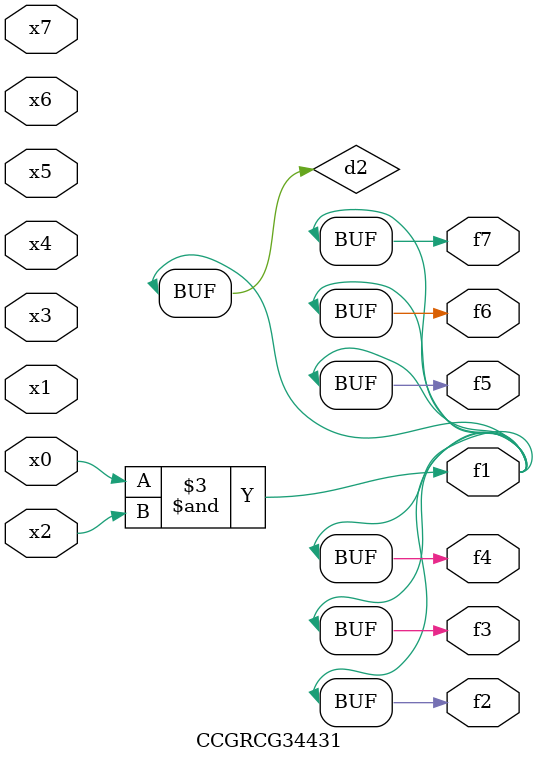
<source format=v>
module CCGRCG34431(
	input x0, x1, x2, x3, x4, x5, x6, x7,
	output f1, f2, f3, f4, f5, f6, f7
);

	wire d1, d2;

	nor (d1, x3, x6);
	and (d2, x0, x2);
	assign f1 = d2;
	assign f2 = d2;
	assign f3 = d2;
	assign f4 = d2;
	assign f5 = d2;
	assign f6 = d2;
	assign f7 = d2;
endmodule

</source>
